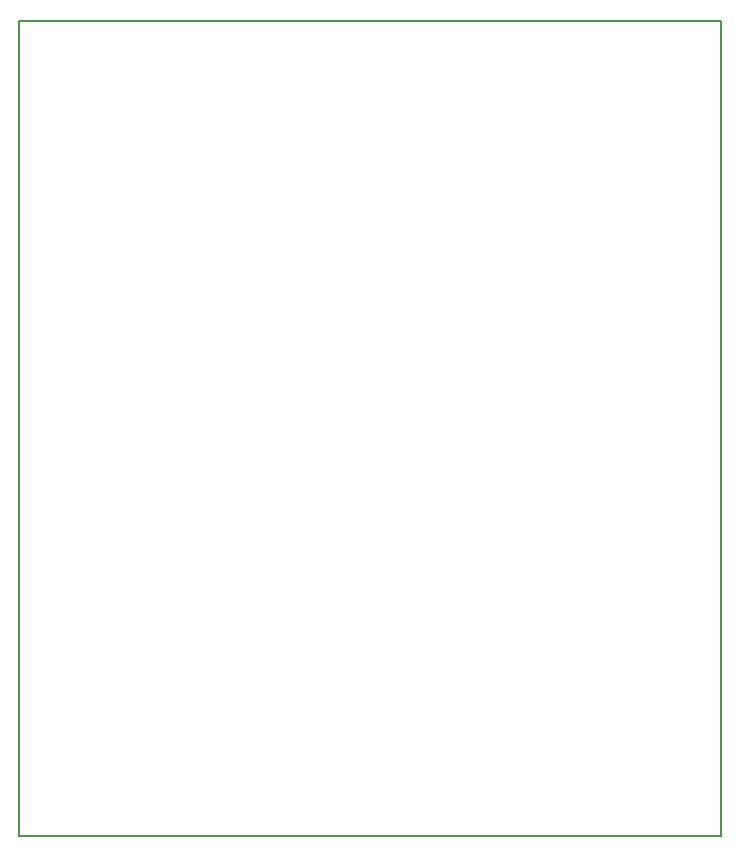
<source format=gm1>
G04 #@! TF.FileFunction,Profile,NP*
%FSLAX46Y46*%
G04 Gerber Fmt 4.6, Leading zero omitted, Abs format (unit mm)*
G04 Created by KiCad (PCBNEW 4.0.2+dfsg1-stable) date Sun 09 Sep 2018 02:34:44 AM EDT*
%MOMM*%
G01*
G04 APERTURE LIST*
%ADD10C,0.100000*%
%ADD11C,0.150000*%
G04 APERTURE END LIST*
D10*
D11*
X72000000Y-101000000D02*
X72000000Y-32000000D01*
X131500000Y-101000000D02*
X72000000Y-101000000D01*
X131500000Y-32000000D02*
X131500000Y-101000000D01*
X72000000Y-32000000D02*
X131500000Y-32000000D01*
M02*

</source>
